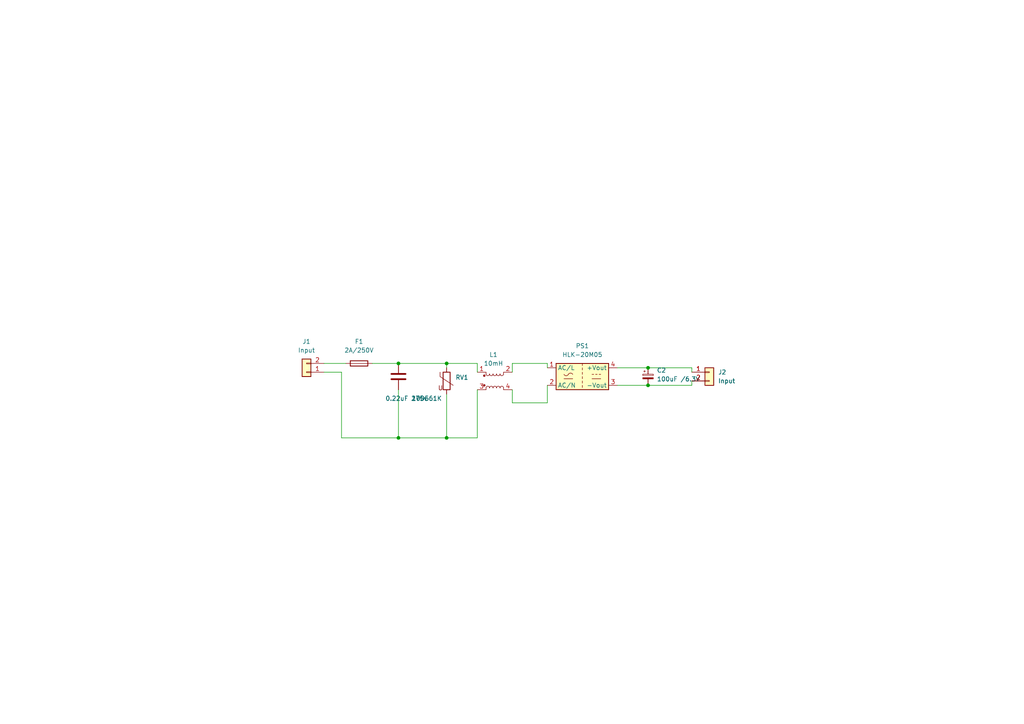
<source format=kicad_sch>
(kicad_sch (version 20231120) (generator "eeschema") (generator_version "8.0")
  (paper "A4")
  (lib_symbols
    (symbol "Connector_Generic:Conn_01x02" (pin_names (offset 1.016) hide)
      (property "Reference" "J" (at 0 2.54 0))
      (property "Value" "Conn_01x02" (at 0 -5.08 0))
      (symbol "Conn_01x02_1_1"
        (rectangle (start -1.27 -2.413) (end 0 -2.667) (stroke (width 0.1524)))
        (rectangle (start -1.27 0.127) (end 0 -0.127) (stroke (width 0.1524)))
        (rectangle (start -1.27 1.27) (end 1.27 -3.81) (stroke (width 0.254)) (fill (type background)))
        (pin passive line (at -5.08 0 0) (length 3.81) (name "Pin_1") (number "1"))
        (pin passive line (at -5.08 -2.54 0) (length 3.81) (name "Pin_2") (number "2"))
      )
    )
    (symbol "Converter_ACDC:HLK-20M05"
      (property "Reference" "PS" (at 0 5.08 0))
      (property "Value" "HLK-20M05" (at 0 -5.08 0))
      (symbol "HLK-20M05_0_1"
        (rectangle (start -7.62 3.81) (end 7.62 -3.81) (stroke (width 0.254)) (fill (type background)))
        (arc (start -5.334 0.635) (mid -4.699 0.2495) (end -4.064 0.635))
        (arc (start -2.794 0.635) (mid -3.429 1.0072) (end -4.064 0.635))
        (polyline (pts (xy -5.334 -0.635) (xy -2.794 -0.635)))
        (polyline (pts (xy 0 -2.54) (xy 0 -3.175)))
        (polyline (pts (xy 0 -1.27) (xy 0 -1.905)))
        (polyline (pts (xy 0 0) (xy 0 -0.635)))
        (polyline (pts (xy 0 1.27) (xy 0 0.635)))
        (polyline (pts (xy 0 2.54) (xy 0 1.905)))
        (polyline (pts (xy 0 3.81) (xy 0 3.175)))
        (polyline (pts (xy 2.794 -0.635) (xy 5.334 -0.635)))
        (polyline (pts (xy 2.794 0.635) (xy 3.302 0.635)))
        (polyline (pts (xy 3.81 0.635) (xy 4.318 0.635)))
        (polyline (pts (xy 4.826 0.635) (xy 5.334 0.635)))
      )
      (symbol "HLK-20M05_1_1"
        (pin power_in line (at -10.16 2.54 0) (length 2.54) (name "AC/L") (number "1"))
        (pin power_in line (at -10.16 -2.54 0) (length 2.54) (name "AC/N") (number "2"))
        (pin power_out line (at 10.16 -2.54 180) (length 2.54) (name "-Vout") (number "3"))
        (pin power_out line (at 10.16 2.54 180) (length 2.54) (name "+Vout") (number "4"))
      )
    )
    (symbol "Device:C" (pin_numbers hide) (pin_names (offset 0.254))
      (property "Reference" "C" (at 0.635 2.54 0))
      (property "Value" "C" (at 0.635 -2.54 0))
      (symbol "C_0_1"
        (polyline (pts (xy -2.032 -0.762) (xy 2.032 -0.762)) (stroke (width 0.508)))
        (polyline (pts (xy -2.032 0.762) (xy 2.032 0.762)) (stroke (width 0.508)))
      )
      (symbol "C_1_1"
        (pin passive line (at 0 3.81 270) (length 2.794) (name "~") (number "1"))
        (pin passive line (at 0 -3.81 90) (length 2.794) (name "~") (number "2"))
      )
    )
    (symbol "Device:C_Polarized_Small" (pin_numbers hide) (pin_names (offset 0.254) hide)
      (property "Reference" "C" (at 0.254 1.778 0))
      (property "Value" "C_Polarized_Small" (at 0.254 -2.032 0))
      (symbol "C_Polarized_Small_0_1"
        (rectangle (start -1.524 -0.3048) (end 1.524 -0.6858) (fill (type outline)))
        (rectangle (start -1.524 0.6858) (end 1.524 0.3048))
        (polyline (pts (xy -1.27 1.524) (xy -0.762 1.524)))
        (polyline (pts (xy -1.016 1.27) (xy -1.016 1.778)))
      )
      (symbol "C_Polarized_Small_1_1"
        (pin passive line (at 0 2.54 270) (length 1.8542) (name "~") (number "1"))
        (pin passive line (at 0 -2.54 90) (length 1.8542) (name "~") (number "2"))
      )
    )
    (symbol "Device:Fuse" (pin_numbers hide) (pin_names (offset 0))
      (property "Reference" "F" (at 2.032 0 90))
      (property "Value" "Fuse" (at -1.905 0 90))
      (symbol "Fuse_0_1"
        (rectangle (start -0.762 -2.54) (end 0.762 2.54) (stroke (width 0.254)))
        (polyline (pts (xy 0 2.54) (xy 0 -2.54)))
      )
      (symbol "Fuse_1_1"
        (pin passive line (at 0 3.81 270) (length 1.27) (name "~") (number "1"))
        (pin passive line (at 0 -3.81 90) (length 1.27) (name "~") (number "2"))
      )
    )
    (symbol "Device:L_Coupled" (pin_names (offset 0.254) hide)
      (property "Reference" "L" (at 0 4.445 0))
      (property "Value" "L_Coupled" (at 0 -4.445 0))
      (symbol "L_Coupled_0_1"
        (circle (center -3.048 -1.27) (radius 0.254) (fill (type outline)))
        (circle (center -3.048 1.524) (radius 0.254) (fill (type outline)))
        (arc (start -2.54 2.032) (mid -2.032 1.5262) (end -1.524 2.032))
        (arc (start -1.524 -2.032) (mid -2.032 -1.5262) (end -2.54 -2.032))
        (arc (start -1.524 2.032) (mid -1.016 1.5262) (end -0.508 2.032))
        (arc (start -0.508 -2.032) (mid -1.016 -1.5262) (end -1.524 -2.032))
        (arc (start -0.508 2.032) (mid 0 1.5262) (end 0.508 2.032))
        (polyline (pts (xy -2.54 -2.032) (xy -2.54 -2.54)))
        (polyline (pts (xy -2.54 2.032) (xy -2.54 2.54)))
        (polyline (pts (xy 2.54 -2.032) (xy 2.54 -2.54)))
        (polyline (pts (xy 2.54 2.54) (xy 2.54 2.032)))
        (arc (start 0.508 -2.032) (mid 0 -1.5262) (end -0.508 -2.032))
        (arc (start 0.508 2.032) (mid 1.016 1.5262) (end 1.524 2.032))
        (arc (start 1.524 -2.032) (mid 1.016 -1.5262) (end 0.508 -2.032))
        (arc (start 1.524 2.032) (mid 2.032 1.5262) (end 2.54 2.032))
        (arc (start 2.54 -2.032) (mid 2.032 -1.5262) (end 1.524 -2.032))
      )
      (symbol "L_Coupled_1_1"
        (pin passive line (at -5.08 2.54 0) (length 2.54) (name "1") (number "1"))
        (pin passive line (at 5.08 2.54 180) (length 2.54) (name "2") (number "2"))
        (pin passive line (at -5.08 -2.54 0) (length 2.54) (name "3") (number "3"))
        (pin passive line (at 5.08 -2.54 180) (length 2.54) (name "4") (number "4"))
      )
    )
    (symbol "Device:Varistor" (pin_numbers hide) (pin_names (offset 0))
      (property "Reference" "RV" (at 3.175 0 90))
      (property "Value" "Varistor" (at -3.175 0 90))
      (symbol "Varistor_0_0"
        (text "U" (at -1.778 -2.032 0) (effects (font (size 1.27 1.27))))
      )
      (symbol "Varistor_0_1"
        (rectangle (start -1.016 -2.54) (end 1.016 2.54) (stroke (width 0.254)))
        (polyline (pts (xy -1.905 2.54) (xy -1.905 1.27) (xy 1.905 -1.27)))
      )
      (symbol "Varistor_1_1"
        (pin passive line (at 0 3.81 270) (length 1.27) (name "~") (number "1"))
        (pin passive line (at 0 -3.81 90) (length 1.27) (name "~") (number "2"))
      )
    )
  )
  (junction (at 115.57 127))
  (junction (at 129.54 105.41))
  (junction (at 187.96 106.68))
  (junction (at 129.54 127))
  (junction (at 115.57 105.41))
  (junction (at 187.96 111.76))
  (wire (pts (xy 99.06 127) (xy 115.57 127)))
  (wire (pts (xy 99.06 127) (xy 99.06 107.95)))
  (wire (pts (xy 148.59 107.95) (xy 148.59 105.41)))
  (wire (pts (xy 158.75 111.76) (xy 158.75 116.84)))
  (wire (pts (xy 200.66 111.76) (xy 187.96 111.76)))
  (wire (pts (xy 200.66 107.95) (xy 200.66 106.68)))
  (wire (pts (xy 179.07 111.76) (xy 187.96 111.76)))
  (wire (pts (xy 129.54 127) (xy 129.54 114.3)))
  (wire (pts (xy 138.43 107.95) (xy 138.43 105.41)))
  (wire (pts (xy 115.57 127) (xy 129.54 127)))
  (wire (pts (xy 200.66 106.68) (xy 187.96 106.68)))
  (wire (pts (xy 158.75 105.41) (xy 148.59 105.41)))
  (wire (pts (xy 200.66 110.49) (xy 200.66 111.76)))
  (wire (pts (xy 148.59 116.84) (xy 148.59 113.03)))
  (wire (pts (xy 158.75 116.84) (xy 148.59 116.84)))
  (wire (pts (xy 158.75 106.68) (xy 158.75 105.41)))
  (wire (pts (xy 138.43 127) (xy 129.54 127)))
  (wire (pts (xy 138.43 105.41) (xy 129.54 105.41)))
  (wire (pts (xy 129.54 105.41) (xy 129.54 106.68)))
  (wire (pts (xy 115.57 113.03) (xy 115.57 127)))
  (wire (pts (xy 138.43 113.03) (xy 138.43 127)))
  (wire (pts (xy 107.95 105.41) (xy 115.57 105.41)))
  (wire (pts (xy 115.57 105.41) (xy 129.54 105.41)))
  (wire (pts (xy 179.07 106.68) (xy 187.96 106.68)))
  (wire (pts (xy 99.06 107.95) (xy 93.98 107.95)))
  (wire (pts (xy 93.98 105.41) (xy 100.33 105.41)))
  (symbol (lib_id "Device:Varistor") (at 129.54 110.49 0) (unit 1)
    (property "Reference" "RV1" (at 132.08 109.4731 0) (effects (justify left)))
    (property "Value" "10D561K" (at 119.38 115.57 0) (effects (justify left)))
    (property "Footprint" "Varistor:Bourns_Inc.-MOV-14D471K-MFG" (effects (hide yes)))
  )
  (symbol (lib_id "Device:Fuse") (at 104.14 105.41 90) (unit 1)
    (property "Reference" "F1" (at 104.14 99.06 90))
    (property "Value" "2A/250V" (at 104.14 101.6 90))
    (property "Footprint" "Fuse:Fuseholder_Cylinder-5x20mm_Stelvio-Kontek_PTF78_Horizontal_Open" (effects (hide yes)))
  )
  (symbol (lib_id "Connector_Generic:Conn_01x02") (at 205.74 107.95 0) (unit 1)
    (property "Reference" "J2" (at 208.28 107.9499 0) (effects (justify left)))
    (property "Value" "Input" (at 208.28 110.4899 0) (effects (justify left)))
    (property "Footprint" "Connector_Molex:Molex_Micro-Fit_3.0_43650-0215_1x02_P3.00mm_Vertical" (effects (hide yes)))
  )
  (symbol (lib_id "Device:L_Coupled") (at 143.51 110.49 0) (unit 1)
    (property "Reference" "L1" (at 143.129 102.87 0))
    (property "Value" "10mH" (at 143.129 105.41 0))
    (property "Footprint" "PowerLibrary:IndRing" (effects (hide yes)))
  )
  (symbol (lib_id "Device:C") (at 115.57 109.22 0) (unit 1)
    (property "Reference" "C1" (effects (hide yes)))
    (property "Value" "0.22uF 275v" (at 111.76 115.57 0) (effects (justify left)))
    (property "Footprint" "Capacitor_SMD:C_1206_3216Metric_Pad1.33x1.80mm_HandSolder" (effects (hide yes)))
    (property "Datasheet" "https://psearch.en.murata.com/capacitor/product/GRM155R62A104KE14%23.pdf" (effects (hide yes)))
    (property "Field4" "Farnell" (effects (hide yes)))
    (property "Field5" "2611907" (effects (hide yes)))
    (property "Field6" "GRM155R62A104KE14D" (effects (hide yes)))
    (property "Field7" "Murata" (effects (hide yes)))
    (property "Part Description" "	0.1uF 10% 100V Ceramic Capacitor X5R 0402 (1005 Metric)" (effects (hide yes)))
  )
  (symbol (lib_id "Device:C_Polarized_Small") (at 187.96 109.22 0) (unit 1)
    (property "Reference" "C2" (at 190.5 107.4038 0) (effects (justify left)))
    (property "Value" "100uF /6.3V" (at 190.5 109.9438 0) (effects (justify left)))
    (property "Description" "Polarized capacitor, small symbol" (effects (hide yes)))
  )
  (symbol (lib_id "Connector_Generic:Conn_01x02") (at 88.9 107.95 180) (unit 1)
    (property "Reference" "J1" (at 88.9 99.06 0))
    (property "Value" "Input" (at 88.9 101.6 0))
    (property "Footprint" "Connector_Molex:Molex_Micro-Fit_3.0_43650-0215_1x02_P3.00mm_Vertical" (effects (hide yes)))
  )
  (symbol (lib_id "Converter_ACDC:HLK-20M05") (at 168.91 109.22 0) (unit 1)
    (property "Reference" "PS1" (at 168.91 100.33 0))
    (property "Value" "HLK-20M05" (at 168.91 102.87 0))
    (property "Footprint" "Converter_ACDC:Converter_ACDC_Hi-Link_HLK-20Mxx" (effects (hide yes)))
    (property "Datasheet" "https://h.hlktech.com/download/ACDC%E7%94%B5%E6%BA%90%E6%A8%A1%E5%9D%9720W%E7%B3%BB%E5%88%97/1/%E6%B5%B7%E5%87%8C%E7%A7%9120W%E7%B3%BB%E5%88%97%E7%94%B5%E6%BA%90%E6%A8%A1%E5%9D%97%E8%A7%84%E6%A0%BC%E4%B9%A6V1.6.pdf" (effects (hide yes)))
    (property "Description" "Compact AC/DC board mount power module 20W 5V" (effects (hide yes)))
  )
)
</source>
